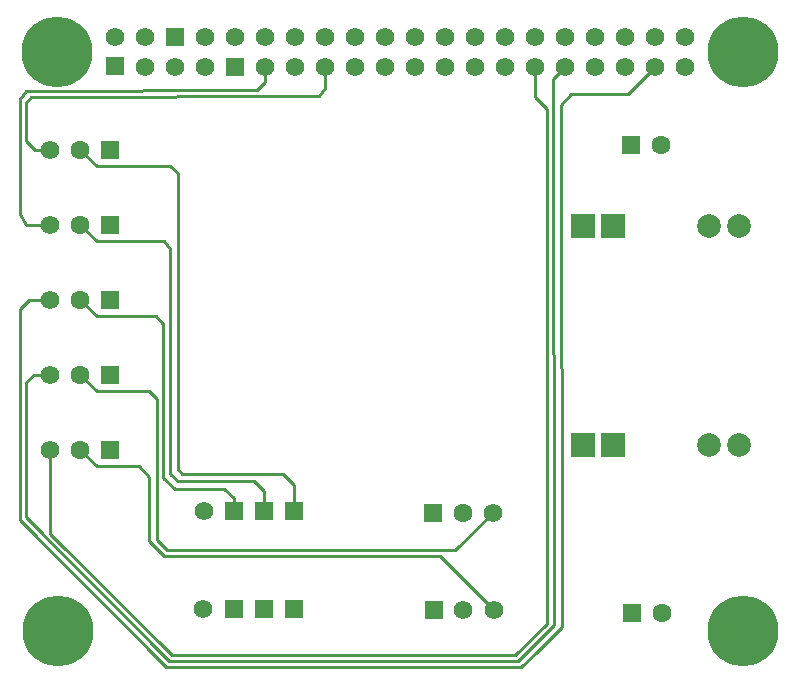
<source format=gtl>
G04 Layer: TopLayer*
G04 EasyEDA v6.5.22, 2023-03-23 09:10:29*
G04 401f546e4c444c1f8d25b27506820300,e6e562115a5a45ecb989dda305b66076,10*
G04 Gerber Generator version 0.2*
G04 Scale: 100 percent, Rotated: No, Reflected: No *
G04 Dimensions in millimeters *
G04 leading zeros omitted , absolute positions ,4 integer and 5 decimal *
%FSLAX45Y45*%
%MOMM*%

%ADD10C,0.2500*%
%ADD11C,2.0000*%
%ADD12R,2.0000X2.0000*%
%ADD13C,1.6000*%
%ADD14C,6.0000*%
%ADD15C,1.5748*%
%ADD16R,1.5748X1.5748*%
%ADD17R,1.5750X1.5750*%
%ADD18C,1.5750*%
%ADD19R,1.6000X1.6000*%

%LPD*%
D10*
X12992100Y-9740900D02*
G01*
X12992100Y-11531600D01*
X14224000Y-12776200D01*
X17233900Y-12776200D01*
X17373600Y-12636500D01*
X13500100Y-9029700D02*
G01*
X13639800Y-9169400D01*
X14211300Y-9169400D01*
X14262100Y-9232900D01*
X14262100Y-11144250D01*
X14325600Y-11201400D01*
X14973300Y-11201400D01*
X15052802Y-11280902D01*
X15052802Y-11455400D01*
X13500100Y-9664700D02*
G01*
X13639800Y-9804400D01*
X14140179Y-9804400D01*
X14198600Y-9867900D01*
X14198600Y-11176000D01*
X14300200Y-11264900D01*
X14719300Y-11264900D01*
X14798802Y-11344402D01*
X14798802Y-11455400D01*
X13500100Y-10299700D02*
G01*
X13639800Y-10439400D01*
X14084300Y-10439400D01*
X14147800Y-10502900D01*
X14147800Y-11696700D01*
X14236700Y-11785600D01*
X16510000Y-11785600D01*
X13500100Y-10934700D02*
G01*
X13639800Y-11074400D01*
X13995400Y-11074400D01*
X14084300Y-11163300D01*
X14084300Y-11709400D01*
X14211300Y-11836400D01*
X16484600Y-11836400D01*
X16510000Y-11785600D02*
G01*
X16675100Y-11785600D01*
X16992600Y-11468100D01*
X16484600Y-11836400D02*
G01*
X16541750Y-11836400D01*
X16998950Y-12293600D01*
X13639800Y-8534400D02*
G01*
X14262100Y-8534400D01*
X14325600Y-8594852D01*
X14325600Y-11099800D01*
X14363700Y-11137900D01*
X15214600Y-11137900D01*
X15306802Y-11230102D01*
X15306802Y-11455400D01*
X13500100Y-8394700D02*
G01*
X13639800Y-8534400D01*
X13068300Y-9664700D02*
G01*
X12992100Y-9740900D01*
X13246100Y-9664700D02*
G01*
X13068300Y-9664700D01*
X13246100Y-10934700D02*
G01*
X13246100Y-11645900D01*
X14274800Y-12674600D01*
X17373600Y-12636500D02*
G01*
X17576800Y-12431887D01*
X18363691Y-7693660D02*
G01*
X18363691Y-7696708D01*
X18135600Y-7924800D01*
X17652238Y-7924800D01*
X17564608Y-8012176D01*
X17576800Y-12433300D02*
G01*
X17564608Y-8012176D01*
X17348200Y-7693660D02*
G01*
X17348200Y-7950200D01*
X17449800Y-8051800D01*
X17449800Y-12407900D01*
X17183100Y-12674600D01*
X14274800Y-12674600D01*
X13246100Y-10299700D02*
G01*
X13106400Y-10299700D01*
X13042900Y-10363200D01*
X13042900Y-11506200D01*
X14249400Y-12725400D01*
X17208500Y-12725400D01*
X17513300Y-12420600D01*
X17500600Y-7797800D01*
X17601725Y-7693705D01*
X13246100Y-9029700D02*
G01*
X13042900Y-9029700D01*
X12992100Y-8940800D01*
X12992100Y-7962900D01*
X13042900Y-7899400D01*
X14998700Y-7886700D01*
X15062200Y-7823200D01*
X15062200Y-7693660D01*
X13246100Y-8394700D02*
G01*
X13119100Y-8394700D01*
X13042900Y-8318500D01*
X13042900Y-8001000D01*
X13081000Y-7950200D01*
X15519400Y-7937500D01*
X15570200Y-7874000D01*
X15569727Y-7693700D01*
D11*
G01*
X19075018Y-9042501D03*
G01*
X19075018Y-10896498D03*
G01*
X18821018Y-10896498D03*
D12*
G01*
X17755006Y-10896498D03*
G01*
X18009006Y-10896498D03*
G01*
X18009006Y-9042501D03*
G01*
X17755006Y-9042501D03*
D11*
G01*
X18821018Y-9042501D03*
D13*
G01*
X18415000Y-8356600D03*
D14*
G01*
X19106134Y-7564373D03*
G01*
X13303859Y-7565694D03*
G01*
X13305790Y-12467767D03*
G01*
X19106438Y-12469037D03*
D15*
G01*
X13791742Y-7441031D03*
D16*
G01*
X13791742Y-7683550D03*
D15*
G01*
X14045742Y-7441031D03*
G01*
X14045717Y-7693710D03*
D16*
G01*
X14299742Y-7441031D03*
D15*
G01*
X14299717Y-7693710D03*
G01*
X14553742Y-7441031D03*
G01*
X14807742Y-7441031D03*
D16*
G01*
X14807717Y-7693710D03*
D15*
G01*
X14553717Y-7693710D03*
G01*
X15061717Y-7441031D03*
G01*
X15315717Y-7441031D03*
G01*
X15316200Y-7693710D03*
G01*
X15062200Y-7693710D03*
G01*
X15569742Y-7441031D03*
G01*
X15823742Y-7441031D03*
G01*
X15823717Y-7693710D03*
G01*
X15569717Y-7693710D03*
G01*
X16077742Y-7441031D03*
G01*
X16331742Y-7441031D03*
G01*
X16331260Y-7693710D03*
G01*
X16077260Y-7693710D03*
G01*
X16585717Y-7441031D03*
G01*
X16839717Y-7441031D03*
G01*
X16840200Y-7693710D03*
G01*
X16586200Y-7693710D03*
G01*
X17093717Y-7441031D03*
G01*
X17347717Y-7441031D03*
G01*
X17348200Y-7693710D03*
G01*
X17094200Y-7693710D03*
G01*
X17601717Y-7441031D03*
G01*
X17855717Y-7441031D03*
G01*
X17855717Y-7693710D03*
G01*
X17601717Y-7693710D03*
G01*
X18109742Y-7441031D03*
G01*
X18363742Y-7441031D03*
G01*
X18363717Y-7693710D03*
G01*
X18109717Y-7693710D03*
G01*
X18617742Y-7441031D03*
G01*
X18617717Y-7693710D03*
D17*
G01*
X18161000Y-8356600D03*
D18*
G01*
X14544675Y-11455400D03*
D19*
G01*
X14798675Y-11455400D03*
G01*
X15052675Y-11455400D03*
G01*
X15052675Y-12280900D03*
G01*
X14798675Y-12280900D03*
D18*
G01*
X14541500Y-12280900D03*
D19*
G01*
X15306675Y-12280900D03*
D18*
G01*
X13246100Y-8394700D03*
D13*
G01*
X13500100Y-8394700D03*
D19*
G01*
X13754100Y-8394700D03*
G01*
X13754100Y-9029700D03*
D13*
G01*
X13500100Y-9029700D03*
D18*
G01*
X13246100Y-9029700D03*
D19*
G01*
X13754100Y-9664700D03*
D13*
G01*
X13500100Y-9664700D03*
D18*
G01*
X13246100Y-9664700D03*
D19*
G01*
X13754100Y-10299700D03*
D13*
G01*
X13500100Y-10299700D03*
D18*
G01*
X13246100Y-10299700D03*
D17*
G01*
X18173700Y-12319000D03*
D13*
G01*
X18427700Y-12319000D03*
D18*
G01*
X13246100Y-10934700D03*
D13*
G01*
X13500100Y-10934700D03*
D19*
G01*
X13754100Y-10934700D03*
D18*
G01*
X16992600Y-11468100D03*
D13*
G01*
X16738600Y-11468100D03*
D19*
G01*
X16484600Y-11468100D03*
D18*
G01*
X16998950Y-12293600D03*
D19*
G01*
X16490950Y-12293600D03*
G01*
X15306675Y-11455400D03*
D18*
G01*
X16738600Y-12293600D03*
M02*

</source>
